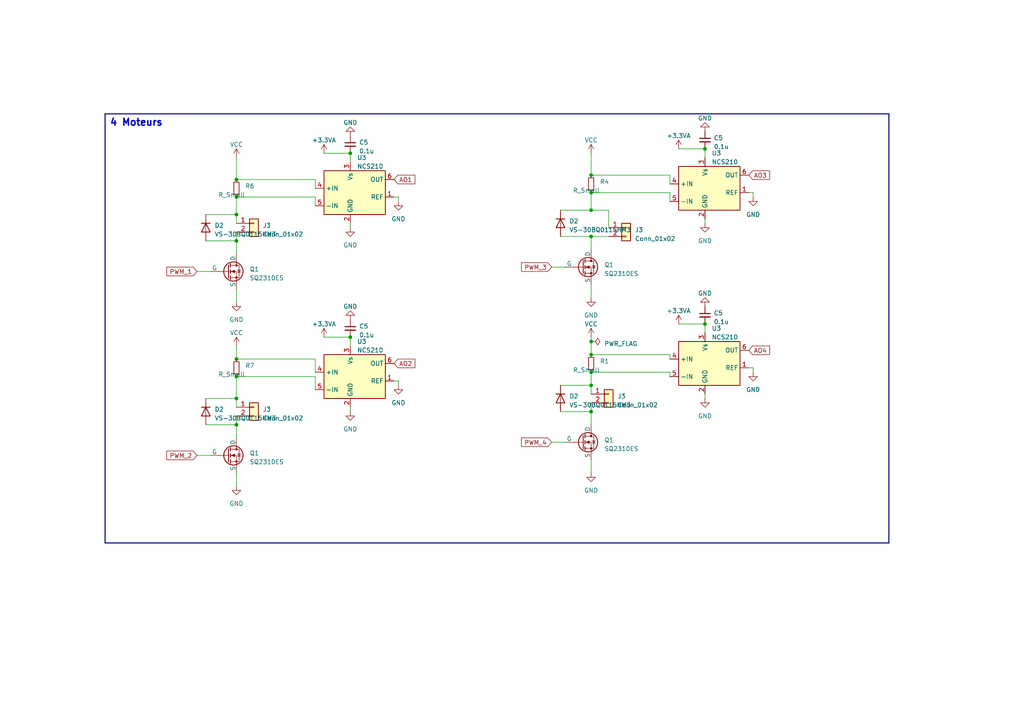
<source format=kicad_sch>
(kicad_sch (version 20230121) (generator eeschema)
  (paper "A4")
  (title_block (title "Les 4 Moteurs"))
  (lib_symbols
    (symbol "Amplifier_Current:NCS210"
      (property "Reference" "U" (at -7.62 8.89 0))
      (property "Value" "NCS210" (at 2.54 8.89 0))
      (symbol "NCS210_0_1"
        (rectangle (start -7.62 7.62) (end 10.16 -5.08) (stroke (width 0.254)) (fill (type background)))
      )
      (symbol "NCS210_1_1"
        (pin input line (at 12.7 0 180) (length 2.54) (name "REF") (number "1"))
        (pin power_in line (at 0 -7.62 90) (length 2.54) (name "GND") (number "2"))
        (pin power_in line (at 0 10.16 270) (length 2.54) (name "Vs") (number "3"))
        (pin input line (at -10.16 2.54 0) (length 2.54) (name "+IN") (number "4"))
        (pin input line (at -10.16 -2.54 0) (length 2.54) (name "-IN") (number "5"))
        (pin output line (at 12.7 5.08 180) (length 2.54) (name "OUT") (number "6"))
      )
    )
    (symbol "Connector_Generic:Conn_01x02" (pin_names (offset 1.016) hide)
      (property "Reference" "J" (at 0 2.54 0))
      (property "Value" "Conn_01x02" (at 0 -5.08 0))
      (symbol "Conn_01x02_1_1"
        (rectangle (start -1.27 -2.413) (end 0 -2.667) (stroke (width 0.1524)))
        (rectangle (start -1.27 0.127) (end 0 -0.127) (stroke (width 0.1524)))
        (rectangle (start -1.27 1.27) (end 1.27 -3.81) (stroke (width 0.254)) (fill (type background)))
        (pin passive line (at -5.08 0 0) (length 3.81) (name "Pin_1") (number "1"))
        (pin passive line (at -5.08 -2.54 0) (length 3.81) (name "Pin_2") (number "2"))
      )
    )
    (symbol "Device:C_Small" (pin_numbers hide) (pin_names (offset 0.254) hide)
      (property "Reference" "C" (at 0.254 1.778 0))
      (property "Value" "C_Small" (at 0.254 -2.032 0))
      (symbol "C_Small_0_1"
        (polyline (pts (xy -1.524 -0.508) (xy 1.524 -0.508)) (stroke (width 0.3302)))
        (polyline (pts (xy -1.524 0.508) (xy 1.524 0.508)) (stroke (width 0.3048)))
      )
      (symbol "C_Small_1_1"
        (pin passive line (at 0 2.54 270) (length 2.032) (name "~") (number "1"))
        (pin passive line (at 0 -2.54 90) (length 2.032) (name "~") (number "2"))
      )
    )
    (symbol "Device:R_Small" (pin_numbers hide) (pin_names (offset 0.254) hide)
      (property "Reference" "R" (at 0.762 0.508 0))
      (property "Value" "R_Small" (at 0.762 -1.016 0))
      (symbol "R_Small_0_1"
        (rectangle (start -0.762 1.778) (end 0.762 -1.778) (stroke (width 0.2032)))
      )
      (symbol "R_Small_1_1"
        (pin passive line (at 0 2.54 270) (length 0.762) (name "~") (number "1"))
        (pin passive line (at 0 -2.54 90) (length 0.762) (name "~") (number "2"))
      )
    )
    (symbol "Diode:1N5400" (pin_numbers hide) (pin_names hide)
      (property "Reference" "D" (at 0 2.54 0))
      (property "Value" "1N5400" (at 0 -2.54 0))
      (symbol "1N5400_0_1"
        (polyline (pts (xy -1.27 1.27) (xy -1.27 -1.27)) (stroke (width 0.254)))
        (polyline (pts (xy 1.27 0) (xy -1.27 0)))
        (polyline (pts (xy 1.27 1.27) (xy 1.27 -1.27) (xy -1.27 0) (xy 1.27 1.27)) (stroke (width 0.254)))
      )
      (symbol "1N5400_1_1"
        (pin passive line (at -3.81 0 0) (length 2.54) (name "K") (number "1"))
        (pin passive line (at 3.81 0 180) (length 2.54) (name "A") (number "2"))
      )
    )
    (symbol "Simulation_SPICE:NMOS" (pin_numbers hide) (pin_names (offset 0))
      (property "Reference" "Q" (at 5.08 1.27 0))
      (property "Value" "NMOS" (at 5.08 -1.27 0))
      (symbol "NMOS_0_1"
        (polyline (pts (xy 0.254 0) (xy -2.54 0)))
        (polyline (pts (xy 0.254 1.905) (xy 0.254 -1.905)) (stroke (width 0.254)))
        (polyline (pts (xy 0.762 -1.27) (xy 0.762 -2.286)) (stroke (width 0.254)))
        (polyline (pts (xy 0.762 0.508) (xy 0.762 -0.508)) (stroke (width 0.254)))
        (polyline (pts (xy 0.762 2.286) (xy 0.762 1.27)) (stroke (width 0.254)))
        (polyline (pts (xy 2.54 2.54) (xy 2.54 1.778)))
        (polyline (pts (xy 2.54 -2.54) (xy 2.54 0) (xy 0.762 0)))
        (polyline (pts (xy 0.762 -1.778) (xy 3.302 -1.778) (xy 3.302 1.778) (xy 0.762 1.778)))
        (polyline (pts (xy 1.016 0) (xy 2.032 0.381) (xy 2.032 -0.381) (xy 1.016 0)) (fill (type outline)))
        (polyline (pts (xy 2.794 0.508) (xy 2.921 0.381) (xy 3.683 0.381) (xy 3.81 0.254)))
        (polyline (pts (xy 3.302 0.381) (xy 2.921 -0.254) (xy 3.683 -0.254) (xy 3.302 0.381)))
        (circle (center 1.651 0) (radius 2.794) (stroke (width 0.254)))
        (circle (center 2.54 -1.778) (radius 0.254) (fill (type outline)))
        (circle (center 2.54 1.778) (radius 0.254) (fill (type outline)))
      )
      (symbol "NMOS_1_1"
        (pin passive line (at 2.54 5.08 270) (length 2.54) (name "D") (number "1"))
        (pin input line (at -5.08 0 0) (length 2.54) (name "G") (number "2"))
        (pin passive line (at 2.54 -5.08 90) (length 2.54) (name "S") (number "3"))
      )
    )
    (symbol "power:+3.3VA" (power) (pin_names (offset 0))
      (property "Value" "+3.3VA" (at 0 3.556 0))
      (symbol "+3.3VA_0_1"
        (polyline (pts (xy -0.762 1.27) (xy 0 2.54)))
        (polyline (pts (xy 0 0) (xy 0 2.54)))
        (polyline (pts (xy 0 2.54) (xy 0.762 1.27)))
      )
      (symbol "+3.3VA_1_1"
        (pin power_in line (at 0 0 90) (length 0) hide (name "+3.3VA") (number "1"))
      )
    )
    (symbol "power:GND" (power) (pin_names (offset 0))
      (property "Value" "GND" (at 0 -3.81 0))
      (symbol "GND_0_1"
        (polyline (pts (xy 0 0) (xy 0 -1.27) (xy 1.27 -1.27) (xy 0 -2.54) (xy -1.27 -1.27) (xy 0 -1.27)))
      )
      (symbol "GND_1_1"
        (pin power_in line (at 0 0 270) (length 0) hide (name "GND") (number "1"))
      )
    )
    (symbol "power:PWR_FLAG" (power) (pin_numbers hide) (pin_names (offset 0) hide)
      (property "Value" "PWR_FLAG" (at 0 3.81 0))
      (symbol "PWR_FLAG_0_0"
        (pin power_out line (at 0 0 90) (length 0) (name "pwr") (number "1"))
      )
      (symbol "PWR_FLAG_0_1"
        (polyline (pts (xy 0 0) (xy 0 1.27) (xy -1.016 1.905) (xy 0 2.54) (xy 1.016 1.905) (xy 0 1.27)))
      )
    )
    (symbol "power:VCC" (power) (pin_names (offset 0))
      (property "Value" "VCC" (at 0 3.81 0))
      (symbol "VCC_0_1"
        (polyline (pts (xy -0.762 1.27) (xy 0 2.54)))
        (polyline (pts (xy 0 0) (xy 0 2.54)))
        (polyline (pts (xy 0 2.54) (xy 0.762 1.27)))
      )
      (symbol "VCC_1_1"
        (pin power_in line (at 0 0 90) (length 0) hide (name "VCC") (number "1"))
      )
    )
  )
  (junction (at 171.45 60.96))
  (junction (at 171.45 107.95))
  (junction (at 68.58 62.23))
  (junction (at 68.58 109.22))
  (junction (at 204.47 43.18))
  (junction (at 68.58 52.07))
  (junction (at 68.58 123.19))
  (junction (at 171.45 119.38))
  (junction (at 101.6 44.45))
  (junction (at 68.58 69.85))
  (junction (at 171.45 99.06))
  (junction (at 171.45 68.58))
  (junction (at 171.45 102.87))
  (junction (at 171.45 111.76))
  (junction (at 101.6 97.79))
  (junction (at 68.58 104.14))
  (junction (at 171.45 50.8))
  (junction (at 204.47 93.98))
  (junction (at 171.45 55.88))
  (junction (at 68.58 115.57))
  (junction (at 68.58 57.15))
  (wire (pts (xy 194.31 102.87) (xy 194.31 104.14)))
  (wire (pts (xy 68.58 62.23) (xy 68.58 64.77)))
  (wire (pts (xy 59.69 62.23) (xy 68.58 62.23)))
  (wire (pts (xy 171.45 107.95) (xy 194.31 107.95)))
  (wire (pts (xy 68.58 100.33) (xy 68.58 104.14)))
  (wire (pts (xy 194.31 107.95) (xy 194.31 109.22)))
  (wire (pts (xy 160.02 77.47) (xy 163.83 77.47)))
  (wire (pts (xy 68.58 57.15) (xy 91.44 57.15)))
  (wire (pts (xy 171.45 55.88) (xy 171.45 60.96)))
  (wire (pts (xy 91.44 109.22) (xy 91.44 113.03)))
  (wire (pts (xy 217.17 55.88) (xy 218.44 55.88)))
  (wire (pts (xy 68.58 69.85) (xy 68.58 73.66)))
  (wire (pts (xy 171.45 44.45) (xy 171.45 50.8)))
  (wire (pts (xy 115.57 57.15) (xy 115.57 58.42)))
  (wire (pts (xy 68.58 45.72) (xy 68.58 52.07)))
  (wire (pts (xy 114.3 110.49) (xy 115.57 110.49)))
  (wire (pts (xy 171.45 68.58) (xy 171.45 72.39)))
  (wire (pts (xy 68.58 57.15) (xy 68.58 62.23)))
  (wire (pts (xy 68.58 109.22) (xy 91.44 109.22)))
  (wire (pts (xy 204.47 93.98) (xy 204.47 96.52)))
  (wire (pts (xy 196.85 43.18) (xy 204.47 43.18)))
  (wire (pts (xy 57.15 132.08) (xy 60.96 132.08)))
  (wire (pts (xy 171.45 55.88) (xy 194.31 55.88)))
  (wire (pts (xy 171.45 99.06) (xy 171.45 102.87)))
  (wire (pts (xy 68.58 123.19) (xy 59.69 123.19)))
  (wire (pts (xy 68.58 83.82) (xy 68.58 87.63)))
  (wire (pts (xy 171.45 133.35) (xy 171.45 137.16)))
  (wire (pts (xy 68.58 137.16) (xy 68.58 140.97)))
  (wire (pts (xy 91.44 52.07) (xy 91.44 54.61)))
  (wire (pts (xy 204.47 114.3) (xy 204.47 115.57)))
  (wire (pts (xy 171.45 102.87) (xy 194.31 102.87)))
  (wire (pts (xy 176.53 60.96) (xy 176.53 66.04)))
  (wire (pts (xy 217.17 106.68) (xy 218.44 106.68)))
  (wire (pts (xy 162.56 111.76) (xy 171.45 111.76)))
  (wire (pts (xy 171.45 97.79) (xy 171.45 99.06)))
  (wire (pts (xy 91.44 104.14) (xy 91.44 107.95)))
  (wire (pts (xy 204.47 43.18) (xy 204.47 45.72)))
  (bus (pts (xy 257.81 33.02) (xy 257.81 157.48)))
  (wire (pts (xy 176.53 60.96) (xy 171.45 60.96)))
  (wire (pts (xy 196.85 93.98) (xy 204.47 93.98)))
  (wire (pts (xy 160.02 128.27) (xy 163.83 128.27)))
  (wire (pts (xy 93.98 44.45) (xy 101.6 44.45)))
  (wire (pts (xy 115.57 110.49) (xy 115.57 111.76)))
  (wire (pts (xy 68.58 120.65) (xy 68.58 123.19)))
  (wire (pts (xy 101.6 64.77) (xy 101.6 66.04)))
  (wire (pts (xy 59.69 115.57) (xy 68.58 115.57)))
  (wire (pts (xy 68.58 115.57) (xy 68.58 118.11)))
  (wire (pts (xy 171.45 68.58) (xy 162.56 68.58)))
  (wire (pts (xy 114.3 57.15) (xy 115.57 57.15)))
  (wire (pts (xy 57.15 78.74) (xy 60.96 78.74)))
  (wire (pts (xy 68.58 67.31) (xy 68.58 69.85)))
  (wire (pts (xy 68.58 109.22) (xy 68.58 115.57)))
  (wire (pts (xy 101.6 118.11) (xy 101.6 119.38)))
  (wire (pts (xy 68.58 69.85) (xy 59.69 69.85)))
  (bus (pts (xy 257.81 157.48) (xy 30.48 157.48)))
  (wire (pts (xy 93.98 97.79) (xy 101.6 97.79)))
  (wire (pts (xy 68.58 52.07) (xy 91.44 52.07)))
  (wire (pts (xy 171.45 119.38) (xy 171.45 123.19)))
  (wire (pts (xy 91.44 57.15) (xy 91.44 59.69)))
  (wire (pts (xy 194.31 55.88) (xy 194.31 58.42)))
  (wire (pts (xy 171.45 111.76) (xy 171.45 114.3)))
  (wire (pts (xy 68.58 123.19) (xy 68.58 127)))
  (wire (pts (xy 176.53 68.58) (xy 171.45 68.58)))
  (wire (pts (xy 171.45 119.38) (xy 162.56 119.38)))
  (wire (pts (xy 171.45 82.55) (xy 171.45 86.36)))
  (bus (pts (xy 30.48 33.02) (xy 257.81 33.02)))
  (wire (pts (xy 101.6 97.79) (xy 101.6 100.33)))
  (wire (pts (xy 171.45 50.8) (xy 194.31 50.8)))
  (wire (pts (xy 194.31 50.8) (xy 194.31 53.34)))
  (wire (pts (xy 218.44 106.68) (xy 218.44 107.95)))
  (wire (pts (xy 101.6 44.45) (xy 101.6 46.99)))
  (bus (pts (xy 30.48 157.48) (xy 30.48 33.02)))
  (wire (pts (xy 171.45 116.84) (xy 171.45 119.38)))
  (wire (pts (xy 171.45 107.95) (xy 171.45 111.76)))
  (wire (pts (xy 162.56 60.96) (xy 171.45 60.96)))
  (wire (pts (xy 204.47 63.5) (xy 204.47 64.77)))
  (wire (pts (xy 218.44 55.88) (xy 218.44 57.15)))
  (wire (pts (xy 68.58 104.14) (xy 91.44 104.14)))
  (text "4 Moteurs\n" (at 31.75 36.83 0) (effects (font (size 2 2) (thickness 0.4) bold) (justify left bottom)))
  (global_label "PWM_4" (shape input) (at 160.02 128.27 180) (property "Intersheetrefs" "${INTERSHEET_REFS}" (effects hide)))
  (global_label "AO2" (shape input) (at 114.3 105.41 0) (property "Intersheetrefs" "${INTERSHEET_REFS}" (effects hide)))
  (global_label "PWM_2" (shape input) (at 57.15 132.08 180) (property "Intersheetrefs" "${INTERSHEET_REFS}" (effects hide)))
  (global_label "AO1" (shape input) (at 114.3 52.07 0) (property "Intersheetrefs" "${INTERSHEET_REFS}" (effects hide)))
  (global_label "PWM_3" (shape input) (at 160.02 77.47 180) (property "Intersheetrefs" "${INTERSHEET_REFS}" (effects hide)))
  (global_label "AO4" (shape input) (at 217.17 101.6 0) (property "Intersheetrefs" "${INTERSHEET_REFS}" (effects hide)))
  (global_label "AO3" (shape input) (at 217.17 50.8 0) (property "Intersheetrefs" "${INTERSHEET_REFS}" (effects hide)))
  (global_label "PWM_1" (shape input) (at 57.15 78.74 180) (property "Intersheetrefs" "${INTERSHEET_REFS}" (effects hide)))
  (symbol (lib_id "Device:R_Small") (at 171.45 53.34 0) (unit 1)
    (property "Reference" "R4" (at 173.99 52.705 0) (effects (justify left)))
    (property "Value" "R_Small" (at 173.99 55.245 0) (effects (justify right)))
    (property "Footprint" "Resistor_SMD:R_0603_1608Metric_Pad0.98x0.95mm_HandSolder" (effects hide))
  )
  (symbol (lib_id "Device:C_Small") (at 204.47 40.64 0) (unit 1)
    (property "Reference" "C5" (at 207.01 40.0113 0) (effects (justify left)))
    (property "Value" "0.1u" (at 207.01 42.5513 0) (effects (justify left)))
    (property "Footprint" "Capacitor_SMD:C_0603_1608Metric_Pad1.08x0.95mm_HandSolder" (effects hide))
    (instances (project "PCBschematic" (path "" (reference "C5") (unit 1)) (path "" (reference "C9") (unit 1))))
  )
  (symbol (lib_id "Diode:1N5400") (at 162.56 64.77 270) (unit 1)
    (property "Reference" "D2" (at 165.1 64.135 90) (effects (justify left)))
    (property "Value" "VS-30BQ0115HM3" (at 165.1 66.675 90) (effects (justify left)))
    (property "Footprint" "Diode_SMD:D_SMC_Handsoldering" (effects hide))
    (property "Datasheet" "http://www.vishay.com/docs/88516/1n5400.pdf" (effects hide))
    (property "Sim.Device" "D" (effects hide))
    (property "Sim.Pins" "1=K 2=A" (effects hide))
    (instances (project "PCBschematic" (path "" (reference "D2") (unit 1)) (path "" (reference "D6") (unit 1))))
  )
  (symbol (lib_id "Diode:1N5400") (at 59.69 66.04 270) (unit 1)
    (property "Reference" "D2" (at 62.23 65.405 90) (effects (justify left)))
    (property "Value" "VS-30BQ0115HM3" (at 62.23 67.945 90) (effects (justify left)))
    (property "Footprint" "Diode_SMD:D_SMC_Handsoldering" (effects hide))
    (property "Datasheet" "http://www.vishay.com/docs/88516/1n5400.pdf" (effects hide))
    (property "Sim.Device" "D" (effects hide))
    (property "Sim.Pins" "1=K 2=A" (effects hide))
    (instances (project "PCBschematic" (path "" (reference "D2") (unit 1)) (path "" (reference "D1") (unit 1))))
  )
  (symbol (lib_id "Simulation_SPICE:NMOS") (at 168.91 128.27 0) (unit 1)
    (property "Reference" "Q1" (at 175.26 127.635 0) (effects (justify left)))
    (property "Value" "SQ2310ES" (at 175.26 130.175 0) (effects (justify left)))
    (property "Footprint" "Package_TO_SOT_SMD:SOT-23" (effects hide))
    (property "Datasheet" "https://ngspice.sourceforge.io/docs/ngspice-manual.pdf" (effects hide))
    (property "Sim.Device" "NMOS" (effects hide))
    (property "Sim.Type" "VDMOS" (effects hide))
    (property "Sim.Pins" "1=D 2=G 3=S" (effects hide))
    (instances (project "PCBschematic" (path "" (reference "Q1") (unit 1)) (path "" (reference "Q4") (unit 1))))
  )
  (symbol (lib_id "Amplifier_Current:NCS210") (at 204.47 106.68 0) (unit 1)
    (property "Reference" "U3" (at 206.4259 95.25 0) (effects (justify left)))
    (property "Value" "NCS210" (at 206.4259 97.79 0) (effects (justify left)))
    (property "Footprint" "footprints:SC70-6_ONS" (effects hide))
    (property "Datasheet" "https://www.onsemi.com/pub/Collateral/NCS210R-D.PDF" (effects hide))
    (instances (project "PCBschematic" (path "" (reference "U3") (unit 1)) (path "" (reference "U5") (unit 1))))
  )
  (symbol (lib_id "power:GND") (at 171.45 137.16 0) (unit 1)
    (property "Reference" "#PWR02" (effects hide))
    (property "Value" "GND" (at 171.45 142.24 0))
    (instances (project "PCBschematic" (path "" (reference "#PWR02") (unit 1)) (path "" (reference "#PWR040") (unit 1))))
  )
  (symbol (lib_id "Diode:1N5400") (at 59.69 119.38 270) (unit 1)
    (property "Reference" "D2" (at 62.23 118.745 90) (effects (justify left)))
    (property "Value" "VS-30BQ0115HM3" (at 62.23 121.285 90) (effects (justify left)))
    (property "Footprint" "Diode_SMD:D_SMC_Handsoldering" (effects hide))
    (property "Datasheet" "http://www.vishay.com/docs/88516/1n5400.pdf" (effects hide))
    (property "Sim.Device" "D" (effects hide))
    (property "Sim.Pins" "1=K 2=A" (effects hide))
    (instances (project "PCBschematic" (path "" (reference "D2") (unit 1)) (path "" (reference "D5") (unit 1))))
  )
  (symbol (lib_id "Device:R_Small") (at 68.58 106.68 0) (unit 1)
    (property "Reference" "R7" (at 71.12 106.045 0) (effects (justify left)))
    (property "Value" "R_Small" (at 71.12 108.585 0) (effects (justify right)))
    (property "Footprint" "Resistor_SMD:R_0603_1608Metric_Pad0.98x0.95mm_HandSolder" (effects hide))
  )
  (symbol (lib_id "Connector_Generic:Conn_01x02") (at 181.61 66.04 0) (unit 1)
    (property "Reference" "J3" (at 184.15 66.675 0) (effects (justify left)))
    (property "Value" "Conn_01x02" (at 184.15 69.215 0) (effects (justify left)))
    (property "Footprint" "Connector_JST:JST_XH_B2B-XH-A_1x02_P2.50mm_Vertical" (effects hide))
    (instances (project "PCBschematic" (path "" (reference "J3") (unit 1)) (path "" (reference "J6") (unit 1))))
  )
  (symbol (lib_id "Amplifier_Current:NCS210") (at 204.47 55.88 0) (unit 1)
    (property "Reference" "U3" (at 206.4259 44.45 0) (effects (justify left)))
    (property "Value" "NCS210" (at 206.4259 46.99 0) (effects (justify left)))
    (property "Footprint" "footprints:SC70-6_ONS" (effects hide))
    (property "Datasheet" "https://www.onsemi.com/pub/Collateral/NCS210R-D.PDF" (effects hide))
    (instances (project "PCBschematic" (path "" (reference "U3") (unit 1)) (path "" (reference "U4") (unit 1))))
  )
  (symbol (lib_id "power:GND") (at 204.47 38.1 180) (unit 1)
    (property "Reference" "#PWR036" (effects hide))
    (property "Value" "GND" (at 204.47 34.29 0))
  )
  (symbol (lib_id "power:GND") (at 204.47 64.77 0) (unit 1)
    (property "Reference" "#PWR04" (effects hide))
    (property "Value" "GND" (at 204.47 69.85 0))
    (instances (project "PCBschematic" (path "" (reference "#PWR04") (unit 1)) (path "" (reference "#PWR037") (unit 1))))
  )
  (symbol (lib_id "Device:C_Small") (at 204.47 91.44 0) (unit 1)
    (property "Reference" "C5" (at 207.01 90.8113 0) (effects (justify left)))
    (property "Value" "0.1u" (at 207.01 93.3513 0) (effects (justify left)))
    (property "Footprint" "Capacitor_SMD:C_0603_1608Metric_Pad1.08x0.95mm_HandSolder" (effects hide))
    (instances (project "PCBschematic" (path "" (reference "C5") (unit 1)) (path "" (reference "C10") (unit 1))))
  )
  (symbol (lib_id "Simulation_SPICE:NMOS") (at 66.04 132.08 0) (unit 1)
    (property "Reference" "Q1" (at 72.39 131.445 0) (effects (justify left)))
    (property "Value" "SQ2310ES" (at 72.39 133.985 0) (effects (justify left)))
    (property "Footprint" "Package_TO_SOT_SMD:SOT-23" (effects hide))
    (property "Datasheet" "https://ngspice.sourceforge.io/docs/ngspice-manual.pdf" (effects hide))
    (property "Sim.Device" "NMOS" (effects hide))
    (property "Sim.Type" "VDMOS" (effects hide))
    (property "Sim.Pins" "1=D 2=G 3=S" (effects hide))
    (instances (project "PCBschematic" (path "" (reference "Q1") (unit 1)) (path "" (reference "Q2") (unit 1))))
  )
  (symbol (lib_id "Amplifier_Current:NCS210") (at 101.6 57.15 0) (unit 1)
    (property "Reference" "U3" (at 103.5559 45.72 0) (effects (justify left)))
    (property "Value" "NCS210" (at 103.5559 48.26 0) (effects (justify left)))
    (property "Footprint" "footprints:SC70-6_ONS" (effects hide))
    (property "Datasheet" "https://www.onsemi.com/pub/Collateral/NCS210R-D.PDF" (effects hide))
    (instances (project "PCBschematic" (path "" (reference "U3") (unit 1)) (path "" (reference "U2") (unit 1))))
  )
  (symbol (lib_id "Device:R_Small") (at 171.45 105.41 0) (unit 1)
    (property "Reference" "R1" (at 173.99 104.775 0) (effects (justify left)))
    (property "Value" "R_Small" (at 173.99 107.315 0) (effects (justify right)))
    (property "Footprint" "Resistor_SMD:R_0603_1608Metric_Pad0.98x0.95mm_HandSolder" (effects hide))
  )
  (symbol (lib_id "power:GND") (at 101.6 66.04 0) (unit 1)
    (property "Reference" "#PWR04" (effects hide))
    (property "Value" "GND" (at 101.6 71.12 0))
  )
  (symbol (lib_id "Device:C_Small") (at 101.6 95.25 0) (unit 1)
    (property "Reference" "C5" (at 104.14 94.6213 0) (effects (justify left)))
    (property "Value" "0.1u" (at 104.14 97.1613 0) (effects (justify left)))
    (property "Footprint" "Capacitor_SMD:C_0603_1608Metric_Pad1.08x0.95mm_HandSolder" (effects hide))
    (instances (project "PCBschematic" (path "" (reference "C5") (unit 1)) (path "" (reference "C8") (unit 1))))
  )
  (symbol (lib_id "power:GND") (at 115.57 111.76 0) (unit 1)
    (property "Reference" "#PWR04" (effects hide))
    (property "Value" "GND" (at 115.57 116.84 0))
    (instances (project "PCBschematic" (path "" (reference "#PWR04") (unit 1)) (path "" (reference "#PWR044") (unit 1))))
  )
  (symbol (lib_id "power:+3.3VA") (at 93.98 44.45 0) (unit 1)
    (property "Reference" "#PWR025" (effects hide))
    (property "Value" "+3.3VA" (at 93.98 40.64 0))
  )
  (symbol (lib_id "power:+3.3VA") (at 196.85 93.98 0) (unit 1)
    (property "Reference" "#PWR035" (effects hide))
    (property "Value" "+3.3VA" (at 196.85 90.17 0))
  )
  (symbol (lib_id "power:GND") (at 101.6 92.71 180) (unit 1)
    (property "Reference" "#PWR030" (effects hide))
    (property "Value" "GND" (at 101.6 88.9 0))
  )
  (symbol (lib_id "power:VCC") (at 171.45 44.45 0) (unit 1)
    (property "Reference" "#PWR03" (effects hide))
    (property "Value" "VCC" (at 171.45 40.64 0))
    (instances (project "PCBschematic" (path "" (reference "#PWR03") (unit 1)) (path "" (reference "#PWR033") (unit 1))))
  )
  (symbol (lib_id "power:GND") (at 218.44 57.15 0) (unit 1)
    (property "Reference" "#PWR04" (effects hide))
    (property "Value" "GND" (at 218.44 62.23 0))
    (instances (project "PCBschematic" (path "" (reference "#PWR04") (unit 1)) (path "" (reference "#PWR032") (unit 1))))
  )
  (symbol (lib_id "Connector_Generic:Conn_01x02") (at 176.53 114.3 0) (unit 1)
    (property "Reference" "J3" (at 179.07 114.935 0) (effects (justify left)))
    (property "Value" "Conn_01x02" (at 179.07 117.475 0) (effects (justify left)))
    (property "Footprint" "Connector_JST:JST_XH_B2B-XH-A_1x02_P2.50mm_Vertical" (effects hide))
    (instances (project "PCBschematic" (path "" (reference "J3") (unit 1)) (path "" (reference "J7") (unit 1))))
  )
  (symbol (lib_id "Connector_Generic:Conn_01x02") (at 73.66 64.77 0) (unit 1)
    (property "Reference" "J3" (at 76.2 65.405 0) (effects (justify left)))
    (property "Value" "Conn_01x02" (at 76.2 67.945 0) (effects (justify left)))
    (property "Footprint" "Connector_JST:JST_XH_B2B-XH-A_1x02_P2.50mm_Vertical" (effects hide))
  )
  (symbol (lib_id "Simulation_SPICE:NMOS") (at 66.04 78.74 0) (unit 1)
    (property "Reference" "Q1" (at 72.39 78.105 0) (effects (justify left)))
    (property "Value" "SQ2310ES" (at 72.39 80.645 0) (effects (justify left)))
    (property "Footprint" "Package_TO_SOT_SMD:SOT-23" (effects hide))
    (property "Datasheet" "https://ngspice.sourceforge.io/docs/ngspice-manual.pdf" (effects hide))
    (property "Sim.Device" "NMOS" (effects hide))
    (property "Sim.Type" "VDMOS" (effects hide))
    (property "Sim.Pins" "1=D 2=G 3=S" (effects hide))
  )
  (symbol (lib_id "power:GND") (at 101.6 119.38 0) (unit 1)
    (property "Reference" "#PWR04" (effects hide))
    (property "Value" "GND" (at 101.6 124.46 0))
    (instances (project "PCBschematic" (path "" (reference "#PWR04") (unit 1)) (path "" (reference "#PWR031") (unit 1))))
  )
  (symbol (lib_id "Simulation_SPICE:NMOS") (at 168.91 77.47 0) (unit 1)
    (property "Reference" "Q1" (at 175.26 76.835 0) (effects (justify left)))
    (property "Value" "SQ2310ES" (at 175.26 79.375 0) (effects (justify left)))
    (property "Footprint" "Package_TO_SOT_SMD:SOT-23" (effects hide))
    (property "Datasheet" "https://ngspice.sourceforge.io/docs/ngspice-manual.pdf" (effects hide))
    (property "Sim.Device" "NMOS" (effects hide))
    (property "Sim.Type" "VDMOS" (effects hide))
    (property "Sim.Pins" "1=D 2=G 3=S" (effects hide))
    (instances (project "PCBschematic" (path "" (reference "Q1") (unit 1)) (path "" (reference "Q3") (unit 1))))
  )
  (symbol (lib_id "Device:C_Small") (at 101.6 41.91 0) (unit 1)
    (property "Reference" "C5" (at 104.14 41.2813 0) (effects (justify left)))
    (property "Value" "0.1u" (at 104.14 43.8213 0) (effects (justify left)))
    (property "Footprint" "Capacitor_SMD:C_0603_1608Metric_Pad1.08x0.95mm_HandSolder" (effects hide))
    (instances (project "PCBschematic" (path "" (reference "C5") (unit 1)) (path "" (reference "C7") (unit 1))))
  )
  (symbol (lib_id "power:PWR_FLAG") (at 171.45 99.06 270) (unit 1)
    (property "Reference" "#FLG02" (effects hide))
    (property "Value" "PWR_FLAG" (at 175.26 99.695 90) (effects (justify left)))
    (instances (project "PCBschematic" (path "" (reference "#FLG02") (unit 1)) (path "" (reference "#FLG03") (unit 1))))
  )
  (symbol (lib_id "power:GND") (at 68.58 87.63 0) (unit 1)
    (property "Reference" "#PWR02" (effects hide))
    (property "Value" "GND" (at 68.58 92.71 0))
    (instances (project "PCBschematic" (path "" (reference "#PWR02") (unit 1)) (path "" (reference "#PWR03") (unit 1))))
  )
  (symbol (lib_id "power:+3.3VA") (at 196.85 43.18 0) (unit 1)
    (property "Reference" "#PWR041" (effects hide))
    (property "Value" "+3.3VA" (at 196.85 39.37 0))
  )
  (symbol (lib_id "Amplifier_Current:NCS210") (at 101.6 110.49 0) (unit 1)
    (property "Reference" "U3" (at 103.5559 99.06 0) (effects (justify left)))
    (property "Value" "NCS210" (at 103.5559 101.6 0) (effects (justify left)))
    (property "Footprint" "footprints:SC70-6_ONS" (effects hide))
    (property "Datasheet" "https://www.onsemi.com/pub/Collateral/NCS210R-D.PDF" (effects hide))
  )
  (symbol (lib_id "power:GND") (at 68.58 140.97 0) (unit 1)
    (property "Reference" "#PWR02" (effects hide))
    (property "Value" "GND" (at 68.58 146.05 0))
    (instances (project "PCBschematic" (path "" (reference "#PWR02") (unit 1)) (path "" (reference "#PWR028") (unit 1))))
  )
  (symbol (lib_id "power:+3.3VA") (at 93.98 97.79 0) (unit 1)
    (property "Reference" "#PWR029" (effects hide))
    (property "Value" "+3.3VA" (at 93.98 93.98 0))
  )
  (symbol (lib_id "Connector_Generic:Conn_01x02") (at 73.66 118.11 0) (unit 1)
    (property "Reference" "J3" (at 76.2 118.745 0) (effects (justify left)))
    (property "Value" "Conn_01x02" (at 76.2 121.285 0) (effects (justify left)))
    (property "Footprint" "Connector_JST:JST_XH_B2B-XH-A_1x02_P2.50mm_Vertical" (effects hide))
    (instances (project "PCBschematic" (path "" (reference "J3") (unit 1)) (path "" (reference "J5") (unit 1))))
  )
  (symbol (lib_id "power:VCC") (at 68.58 45.72 0) (unit 1)
    (property "Reference" "#PWR03" (effects hide))
    (property "Value" "VCC" (at 68.58 41.91 0))
    (instances (project "PCBschematic" (path "" (reference "#PWR03") (unit 1)) (path "" (reference "#PWR02") (unit 1))))
  )
  (symbol (lib_id "power:GND") (at 101.6 39.37 180) (unit 1)
    (property "Reference" "#PWR024" (effects hide))
    (property "Value" "GND" (at 101.6 35.56 0))
  )
  (symbol (lib_id "power:GND") (at 115.57 58.42 0) (unit 1)
    (property "Reference" "#PWR04" (effects hide))
    (property "Value" "GND" (at 115.57 63.5 0))
    (instances (project "PCBschematic" (path "" (reference "#PWR04") (unit 1)) (path "" (reference "#PWR038") (unit 1))))
  )
  (symbol (lib_id "power:GND") (at 171.45 86.36 0) (unit 1)
    (property "Reference" "#PWR02" (effects hide))
    (property "Value" "GND" (at 171.45 91.44 0))
    (instances (project "PCBschematic" (path "" (reference "#PWR02") (unit 1)) (path "" (reference "#PWR034") (unit 1))))
  )
  (symbol (lib_id "Diode:1N5400") (at 162.56 115.57 270) (unit 1)
    (property "Reference" "D2" (at 165.1 114.935 90) (effects (justify left)))
    (property "Value" "VS-30BQ0115HM3" (at 165.1 117.475 90) (effects (justify left)))
    (property "Footprint" "Diode_SMD:D_SMC_Handsoldering" (effects hide))
    (property "Datasheet" "http://www.vishay.com/docs/88516/1n5400.pdf" (effects hide))
    (property "Sim.Device" "D" (effects hide))
    (property "Sim.Pins" "1=K 2=A" (effects hide))
    (instances (project "PCBschematic" (path "" (reference "D2") (unit 1)) (path "" (reference "D7") (unit 1))))
  )
  (symbol (lib_id "power:VCC") (at 68.58 100.33 0) (unit 1)
    (property "Reference" "#PWR03" (effects hide))
    (property "Value" "VCC" (at 68.58 96.52 0))
    (instances (project "PCBschematic" (path "" (reference "#PWR03") (unit 1)) (path "" (reference "#PWR027") (unit 1))))
  )
  (symbol (lib_id "power:GND") (at 204.47 115.57 0) (unit 1)
    (property "Reference" "#PWR04" (effects hide))
    (property "Value" "GND" (at 204.47 120.65 0))
    (instances (project "PCBschematic" (path "" (reference "#PWR04") (unit 1)) (path "" (reference "#PWR043") (unit 1))))
  )
  (symbol (lib_id "Device:R_Small") (at 68.58 54.61 0) (unit 1)
    (property "Reference" "R6" (at 71.12 53.975 0) (effects (justify left)))
    (property "Value" "R_Small" (at 71.12 56.515 0) (effects (justify right)))
    (property "Footprint" "Resistor_SMD:R_0603_1608Metric_Pad0.98x0.95mm_HandSolder" (effects hide))
  )
  (symbol (lib_id "power:VCC") (at 171.45 97.79 0) (unit 1)
    (property "Reference" "#PWR03" (effects hide))
    (property "Value" "VCC" (at 171.45 93.98 0))
    (instances (project "PCBschematic" (path "" (reference "#PWR03") (unit 1)) (path "" (reference "#PWR039") (unit 1))))
  )
  (symbol (lib_id "power:GND") (at 218.44 107.95 0) (unit 1)
    (property "Reference" "#PWR04" (effects hide))
    (property "Value" "GND" (at 218.44 113.03 0))
    (instances (project "PCBschematic" (path "" (reference "#PWR04") (unit 1)) (path "" (reference "#PWR026") (unit 1))))
  )
  (symbol (lib_id "power:GND") (at 204.47 88.9 180) (unit 1)
    (property "Reference" "#PWR042" (effects hide))
    (property "Value" "GND" (at 204.47 85.09 0))
  )
)
</source>
